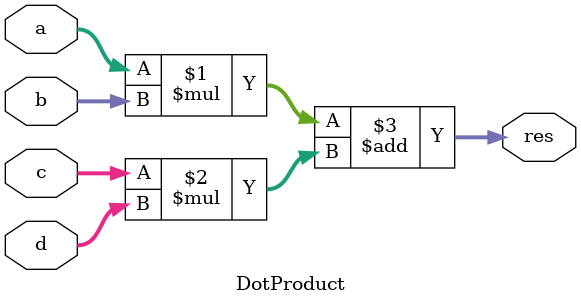
<source format=sv>

module DotProduct #(
    BW = 8
)
(
    input logic [BW-1:0] a,
    input logic [BW-1:0] b,
    input logic [BW-1:0] c,
    input logic [BW-1:0] d,
    output logic [2*BW-1:0] res
);

assign res = a*b + c*d;

endmodule
</source>
